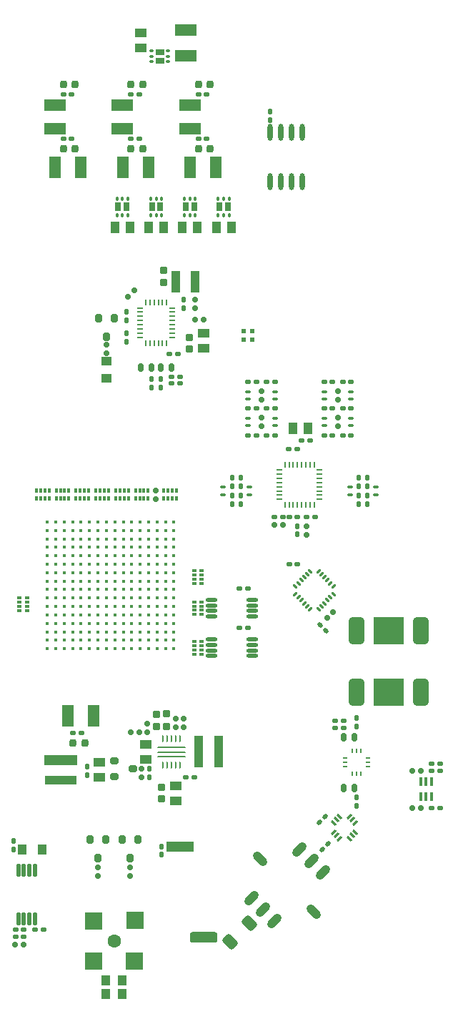
<source format=gtp>
G04*
G04 #@! TF.GenerationSoftware,Altium Limited,Altium Designer,21.7.2 (23)*
G04*
G04 Layer_Color=8421504*
%FSLAX43Y43*%
%MOMM*%
G71*
G04*
G04 #@! TF.SameCoordinates,8EE3E7A9-439F-4166-B7BB-5AAA8F906105*
G04*
G04*
G04 #@! TF.FilePolarity,Positive*
G04*
G01*
G75*
%ADD18R,1.000X0.800*%
%ADD19R,0.800X1.000*%
G04:AMPARAMS|DCode=20|XSize=0.5mm|YSize=0.6mm|CornerRadius=0.125mm|HoleSize=0mm|Usage=FLASHONLY|Rotation=0.000|XOffset=0mm|YOffset=0mm|HoleType=Round|Shape=RoundedRectangle|*
%AMROUNDEDRECTD20*
21,1,0.500,0.350,0,0,0.0*
21,1,0.250,0.600,0,0,0.0*
1,1,0.250,0.125,-0.175*
1,1,0.250,-0.125,-0.175*
1,1,0.250,-0.125,0.175*
1,1,0.250,0.125,0.175*
%
%ADD20ROUNDEDRECTD20*%
G04:AMPARAMS|DCode=21|XSize=0.36mm|YSize=0.66mm|CornerRadius=0.09mm|HoleSize=0mm|Usage=FLASHONLY|Rotation=90.000|XOffset=0mm|YOffset=0mm|HoleType=Round|Shape=RoundedRectangle|*
%AMROUNDEDRECTD21*
21,1,0.360,0.480,0,0,90.0*
21,1,0.180,0.660,0,0,90.0*
1,1,0.180,0.240,0.090*
1,1,0.180,0.240,-0.090*
1,1,0.180,-0.240,-0.090*
1,1,0.180,-0.240,0.090*
%
%ADD21ROUNDEDRECTD21*%
G04:AMPARAMS|DCode=22|XSize=0.5mm|YSize=0.6mm|CornerRadius=0.125mm|HoleSize=0mm|Usage=FLASHONLY|Rotation=90.000|XOffset=0mm|YOffset=0mm|HoleType=Round|Shape=RoundedRectangle|*
%AMROUNDEDRECTD22*
21,1,0.500,0.350,0,0,90.0*
21,1,0.250,0.600,0,0,90.0*
1,1,0.250,0.175,0.125*
1,1,0.250,0.175,-0.125*
1,1,0.250,-0.175,-0.125*
1,1,0.250,-0.175,0.125*
%
%ADD22ROUNDEDRECTD22*%
%ADD23C,1.600*%
%ADD24R,2.000X2.000*%
%ADD25R,1.050X1.300*%
G04:AMPARAMS|DCode=26|XSize=0.61mm|YSize=0.6mm|CornerRadius=0.15mm|HoleSize=0mm|Usage=FLASHONLY|Rotation=180.000|XOffset=0mm|YOffset=0mm|HoleType=Round|Shape=RoundedRectangle|*
%AMROUNDEDRECTD26*
21,1,0.610,0.300,0,0,180.0*
21,1,0.310,0.600,0,0,180.0*
1,1,0.300,-0.155,0.150*
1,1,0.300,0.155,0.150*
1,1,0.300,0.155,-0.150*
1,1,0.300,-0.155,-0.150*
%
%ADD26ROUNDEDRECTD26*%
G04:AMPARAMS|DCode=27|XSize=0.8mm|YSize=1mm|CornerRadius=0.2mm|HoleSize=0mm|Usage=FLASHONLY|Rotation=0.000|XOffset=0mm|YOffset=0mm|HoleType=Round|Shape=RoundedRectangle|*
%AMROUNDEDRECTD27*
21,1,0.800,0.600,0,0,0.0*
21,1,0.400,1.000,0,0,0.0*
1,1,0.400,0.200,-0.300*
1,1,0.400,-0.200,-0.300*
1,1,0.400,-0.200,0.300*
1,1,0.400,0.200,0.300*
%
%ADD27ROUNDEDRECTD27*%
%ADD28R,0.600X0.500*%
%ADD29O,1.400X0.500*%
%ADD30C,0.450*%
G04:AMPARAMS|DCode=31|XSize=0.375mm|YSize=0.55mm|CornerRadius=0.094mm|HoleSize=0mm|Usage=FLASHONLY|Rotation=270.000|XOffset=0mm|YOffset=0mm|HoleType=Round|Shape=RoundedRectangle|*
%AMROUNDEDRECTD31*
21,1,0.375,0.363,0,0,270.0*
21,1,0.188,0.550,0,0,270.0*
1,1,0.188,-0.181,-0.094*
1,1,0.188,-0.181,0.094*
1,1,0.188,0.181,0.094*
1,1,0.188,0.181,-0.094*
%
%ADD31ROUNDEDRECTD31*%
G04:AMPARAMS|DCode=32|XSize=0.375mm|YSize=0.55mm|CornerRadius=0.094mm|HoleSize=0mm|Usage=FLASHONLY|Rotation=0.000|XOffset=0mm|YOffset=0mm|HoleType=Round|Shape=RoundedRectangle|*
%AMROUNDEDRECTD32*
21,1,0.375,0.363,0,0,0.0*
21,1,0.188,0.550,0,0,0.0*
1,1,0.188,0.094,-0.181*
1,1,0.188,-0.094,-0.181*
1,1,0.188,-0.094,0.181*
1,1,0.188,0.094,0.181*
%
%ADD32ROUNDEDRECTD32*%
G04:AMPARAMS|DCode=33|XSize=0.64mm|YSize=1.02mm|CornerRadius=0.16mm|HoleSize=0mm|Usage=FLASHONLY|Rotation=180.000|XOffset=0mm|YOffset=0mm|HoleType=Round|Shape=RoundedRectangle|*
%AMROUNDEDRECTD33*
21,1,0.640,0.700,0,0,180.0*
21,1,0.320,1.020,0,0,180.0*
1,1,0.320,-0.160,0.350*
1,1,0.320,0.160,0.350*
1,1,0.320,0.160,-0.350*
1,1,0.320,-0.160,-0.350*
%
%ADD33ROUNDEDRECTD33*%
%ADD34R,3.658X3.226*%
G04:AMPARAMS|DCode=35|XSize=1.88mm|YSize=3.226mm|CornerRadius=0.47mm|HoleSize=0mm|Usage=FLASHONLY|Rotation=180.000|XOffset=0mm|YOffset=0mm|HoleType=Round|Shape=RoundedRectangle|*
%AMROUNDEDRECTD35*
21,1,1.880,2.286,0,0,180.0*
21,1,0.940,3.226,0,0,180.0*
1,1,0.940,-0.470,1.143*
1,1,0.940,0.470,1.143*
1,1,0.940,0.470,-1.143*
1,1,0.940,-0.470,-1.143*
%
%ADD35ROUNDEDRECTD35*%
%ADD36R,1.400X1.100*%
%ADD37R,0.980X3.700*%
G04:AMPARAMS|DCode=38|XSize=0.9mm|YSize=0.8mm|CornerRadius=0.2mm|HoleSize=0mm|Usage=FLASHONLY|Rotation=0.000|XOffset=0mm|YOffset=0mm|HoleType=Round|Shape=RoundedRectangle|*
%AMROUNDEDRECTD38*
21,1,0.900,0.400,0,0,0.0*
21,1,0.500,0.800,0,0,0.0*
1,1,0.400,0.250,-0.200*
1,1,0.400,-0.250,-0.200*
1,1,0.400,-0.250,0.200*
1,1,0.400,0.250,0.200*
%
%ADD38ROUNDEDRECTD38*%
%ADD39R,1.400X2.600*%
%ADD40R,3.700X0.980*%
%ADD41R,3.900X1.180*%
G04:AMPARAMS|DCode=42|XSize=0.61mm|YSize=0.6mm|CornerRadius=0.15mm|HoleSize=0mm|Usage=FLASHONLY|Rotation=270.000|XOffset=0mm|YOffset=0mm|HoleType=Round|Shape=RoundedRectangle|*
%AMROUNDEDRECTD42*
21,1,0.610,0.300,0,0,270.0*
21,1,0.310,0.600,0,0,270.0*
1,1,0.300,-0.150,-0.155*
1,1,0.300,-0.150,0.155*
1,1,0.300,0.150,0.155*
1,1,0.300,0.150,-0.155*
%
%ADD42ROUNDEDRECTD42*%
G04:AMPARAMS|DCode=43|XSize=0.25mm|YSize=0.8mm|CornerRadius=0.063mm|HoleSize=0mm|Usage=FLASHONLY|Rotation=0.000|XOffset=0mm|YOffset=0mm|HoleType=Round|Shape=RoundedRectangle|*
%AMROUNDEDRECTD43*
21,1,0.250,0.675,0,0,0.0*
21,1,0.125,0.800,0,0,0.0*
1,1,0.125,0.063,-0.338*
1,1,0.125,-0.063,-0.338*
1,1,0.125,-0.063,0.338*
1,1,0.125,0.063,0.338*
%
%ADD43ROUNDEDRECTD43*%
G04:AMPARAMS|DCode=44|XSize=0.25mm|YSize=3.4mm|CornerRadius=0.063mm|HoleSize=0mm|Usage=FLASHONLY|Rotation=90.000|XOffset=0mm|YOffset=0mm|HoleType=Round|Shape=RoundedRectangle|*
%AMROUNDEDRECTD44*
21,1,0.250,3.275,0,0,90.0*
21,1,0.125,3.400,0,0,90.0*
1,1,0.125,1.638,0.063*
1,1,0.125,1.638,-0.063*
1,1,0.125,-1.638,-0.063*
1,1,0.125,-1.638,0.063*
%
%ADD44ROUNDEDRECTD44*%
G04:AMPARAMS|DCode=45|XSize=0.9mm|YSize=0.8mm|CornerRadius=0.2mm|HoleSize=0mm|Usage=FLASHONLY|Rotation=270.000|XOffset=0mm|YOffset=0mm|HoleType=Round|Shape=RoundedRectangle|*
%AMROUNDEDRECTD45*
21,1,0.900,0.400,0,0,270.0*
21,1,0.500,0.800,0,0,270.0*
1,1,0.400,-0.200,-0.250*
1,1,0.400,-0.200,0.250*
1,1,0.400,0.200,0.250*
1,1,0.400,0.200,-0.250*
%
%ADD45ROUNDEDRECTD45*%
G04:AMPARAMS|DCode=46|XSize=0.8mm|YSize=1mm|CornerRadius=0.2mm|HoleSize=0mm|Usage=FLASHONLY|Rotation=90.000|XOffset=0mm|YOffset=0mm|HoleType=Round|Shape=RoundedRectangle|*
%AMROUNDEDRECTD46*
21,1,0.800,0.600,0,0,90.0*
21,1,0.400,1.000,0,0,90.0*
1,1,0.400,0.300,0.200*
1,1,0.400,0.300,-0.200*
1,1,0.400,-0.300,-0.200*
1,1,0.400,-0.300,0.200*
%
%ADD46ROUNDEDRECTD46*%
%ADD47O,0.250X0.750*%
%ADD48O,0.750X0.250*%
G04:AMPARAMS|DCode=49|XSize=0.45mm|YSize=0.3mm|CornerRadius=0.038mm|HoleSize=0mm|Usage=FLASHONLY|Rotation=0.000|XOffset=0mm|YOffset=0mm|HoleType=Round|Shape=RoundedRectangle|*
%AMROUNDEDRECTD49*
21,1,0.450,0.225,0,0,0.0*
21,1,0.375,0.300,0,0,0.0*
1,1,0.075,0.188,-0.113*
1,1,0.075,-0.188,-0.113*
1,1,0.075,-0.188,0.113*
1,1,0.075,0.188,0.113*
%
%ADD49ROUNDEDRECTD49*%
%ADD50R,2.600X1.400*%
%ADD51O,0.250X0.700*%
%ADD52O,0.700X0.250*%
G04:AMPARAMS|DCode=53|XSize=0.25mm|YSize=0.55mm|CornerRadius=0.063mm|HoleSize=0mm|Usage=FLASHONLY|Rotation=180.000|XOffset=0mm|YOffset=0mm|HoleType=Round|Shape=RoundedRectangle|*
%AMROUNDEDRECTD53*
21,1,0.250,0.425,0,0,180.0*
21,1,0.125,0.550,0,0,180.0*
1,1,0.125,-0.063,0.213*
1,1,0.125,0.063,0.213*
1,1,0.125,0.063,-0.213*
1,1,0.125,-0.063,-0.213*
%
%ADD53ROUNDEDRECTD53*%
G04:AMPARAMS|DCode=54|XSize=0.25mm|YSize=0.55mm|CornerRadius=0.063mm|HoleSize=0mm|Usage=FLASHONLY|Rotation=90.000|XOffset=0mm|YOffset=0mm|HoleType=Round|Shape=RoundedRectangle|*
%AMROUNDEDRECTD54*
21,1,0.250,0.425,0,0,90.0*
21,1,0.125,0.550,0,0,90.0*
1,1,0.125,0.213,0.063*
1,1,0.125,0.213,-0.063*
1,1,0.125,-0.213,-0.063*
1,1,0.125,-0.213,0.063*
%
%ADD54ROUNDEDRECTD54*%
G04:AMPARAMS|DCode=55|XSize=1.02mm|YSize=2mm|CornerRadius=0mm|HoleSize=0mm|Usage=FLASHONLY|Rotation=315.000|XOffset=0mm|YOffset=0mm|HoleType=Round|Shape=Round|*
%AMOVALD55*
21,1,0.980,1.020,0.000,0.000,45.0*
1,1,1.020,-0.346,-0.346*
1,1,1.020,0.346,0.346*
%
%ADD55OVALD55*%

G04:AMPARAMS|DCode=56|XSize=1.02mm|YSize=2mm|CornerRadius=0mm|HoleSize=0mm|Usage=FLASHONLY|Rotation=45.000|XOffset=0mm|YOffset=0mm|HoleType=Round|Shape=Round|*
%AMOVALD56*
21,1,0.980,1.020,0.000,0.000,135.0*
1,1,1.020,0.346,-0.346*
1,1,1.020,-0.346,0.346*
%
%ADD56OVALD56*%

G04:AMPARAMS|DCode=57|XSize=1mm|YSize=0.376mm|CornerRadius=0.094mm|HoleSize=0mm|Usage=FLASHONLY|Rotation=90.000|XOffset=0mm|YOffset=0mm|HoleType=Round|Shape=RoundedRectangle|*
%AMROUNDEDRECTD57*
21,1,1.000,0.188,0,0,90.0*
21,1,0.812,0.376,0,0,90.0*
1,1,0.188,0.094,0.406*
1,1,0.188,0.094,-0.406*
1,1,0.188,-0.094,-0.406*
1,1,0.188,-0.094,0.406*
%
%ADD57ROUNDEDRECTD57*%
%ADD58R,1.300X1.050*%
%ADD59O,0.600X2.000*%
G04:AMPARAMS|DCode=60|XSize=0.45mm|YSize=0.3mm|CornerRadius=0.038mm|HoleSize=0mm|Usage=FLASHONLY|Rotation=90.000|XOffset=0mm|YOffset=0mm|HoleType=Round|Shape=RoundedRectangle|*
%AMROUNDEDRECTD60*
21,1,0.450,0.225,0,0,90.0*
21,1,0.375,0.300,0,0,90.0*
1,1,0.075,0.113,0.188*
1,1,0.075,0.113,-0.188*
1,1,0.075,-0.113,-0.188*
1,1,0.075,-0.113,0.188*
%
%ADD60ROUNDEDRECTD60*%
G04:AMPARAMS|DCode=61|XSize=0.61mm|YSize=0.6mm|CornerRadius=0.15mm|HoleSize=0mm|Usage=FLASHONLY|Rotation=315.000|XOffset=0mm|YOffset=0mm|HoleType=Round|Shape=RoundedRectangle|*
%AMROUNDEDRECTD61*
21,1,0.610,0.300,0,0,315.0*
21,1,0.310,0.600,0,0,315.0*
1,1,0.300,0.003,-0.216*
1,1,0.300,-0.216,0.003*
1,1,0.300,-0.003,0.216*
1,1,0.300,0.216,-0.003*
%
%ADD61ROUNDEDRECTD61*%
%ADD62R,1.020X2.540*%
%ADD63R,1.100X1.400*%
G04:AMPARAMS|DCode=64|XSize=0.3mm|YSize=0.7mm|CornerRadius=0mm|HoleSize=0mm|Usage=FLASHONLY|Rotation=225.000|XOffset=0mm|YOffset=0mm|HoleType=Round|Shape=Round|*
%AMOVALD64*
21,1,0.400,0.300,0.000,0.000,315.0*
1,1,0.300,-0.141,0.141*
1,1,0.300,0.141,-0.141*
%
%ADD64OVALD64*%

G04:AMPARAMS|DCode=65|XSize=0.3mm|YSize=0.7mm|CornerRadius=0mm|HoleSize=0mm|Usage=FLASHONLY|Rotation=135.000|XOffset=0mm|YOffset=0mm|HoleType=Round|Shape=Round|*
%AMOVALD65*
21,1,0.400,0.300,0.000,0.000,225.0*
1,1,0.300,0.141,0.141*
1,1,0.300,-0.141,-0.141*
%
%ADD65OVALD65*%

G04:AMPARAMS|DCode=66|XSize=0.5mm|YSize=0.6mm|CornerRadius=0.125mm|HoleSize=0mm|Usage=FLASHONLY|Rotation=135.000|XOffset=0mm|YOffset=0mm|HoleType=Round|Shape=RoundedRectangle|*
%AMROUNDEDRECTD66*
21,1,0.500,0.350,0,0,135.0*
21,1,0.250,0.600,0,0,135.0*
1,1,0.250,0.035,0.212*
1,1,0.250,0.212,0.035*
1,1,0.250,-0.035,-0.212*
1,1,0.250,-0.212,-0.035*
%
%ADD66ROUNDEDRECTD66*%
G04:AMPARAMS|DCode=67|XSize=0.5mm|YSize=0.6mm|CornerRadius=0.125mm|HoleSize=0mm|Usage=FLASHONLY|Rotation=225.000|XOffset=0mm|YOffset=0mm|HoleType=Round|Shape=RoundedRectangle|*
%AMROUNDEDRECTD67*
21,1,0.500,0.350,0,0,225.0*
21,1,0.250,0.600,0,0,225.0*
1,1,0.250,-0.212,0.035*
1,1,0.250,-0.035,0.212*
1,1,0.250,0.212,-0.035*
1,1,0.250,0.035,-0.212*
%
%ADD67ROUNDEDRECTD67*%
G04:AMPARAMS|DCode=68|XSize=0.75mm|YSize=0.28mm|CornerRadius=0.07mm|HoleSize=0mm|Usage=FLASHONLY|Rotation=135.000|XOffset=0mm|YOffset=0mm|HoleType=Round|Shape=RoundedRectangle|*
%AMROUNDEDRECTD68*
21,1,0.750,0.140,0,0,135.0*
21,1,0.610,0.280,0,0,135.0*
1,1,0.140,-0.166,0.265*
1,1,0.140,0.265,-0.166*
1,1,0.140,0.166,-0.265*
1,1,0.140,-0.265,0.166*
%
%ADD68ROUNDEDRECTD68*%
G04:AMPARAMS|DCode=69|XSize=0.75mm|YSize=0.28mm|CornerRadius=0.07mm|HoleSize=0mm|Usage=FLASHONLY|Rotation=45.000|XOffset=0mm|YOffset=0mm|HoleType=Round|Shape=RoundedRectangle|*
%AMROUNDEDRECTD69*
21,1,0.750,0.140,0,0,45.0*
21,1,0.610,0.280,0,0,45.0*
1,1,0.140,0.265,0.166*
1,1,0.140,-0.166,-0.265*
1,1,0.140,-0.265,-0.166*
1,1,0.140,0.166,0.265*
%
%ADD69ROUNDEDRECTD69*%
G04:AMPARAMS|DCode=70|XSize=1.25mm|YSize=1.7mm|CornerRadius=0.313mm|HoleSize=0mm|Usage=FLASHONLY|Rotation=45.000|XOffset=0mm|YOffset=0mm|HoleType=Round|Shape=RoundedRectangle|*
%AMROUNDEDRECTD70*
21,1,1.250,1.075,0,0,45.0*
21,1,0.625,1.700,0,0,45.0*
1,1,0.625,0.601,-0.159*
1,1,0.625,0.159,-0.601*
1,1,0.625,-0.601,0.159*
1,1,0.625,-0.159,0.601*
%
%ADD70ROUNDEDRECTD70*%
G04:AMPARAMS|DCode=71|XSize=0.45mm|YSize=1.5mm|CornerRadius=0.113mm|HoleSize=0mm|Usage=FLASHONLY|Rotation=0.000|XOffset=0mm|YOffset=0mm|HoleType=Round|Shape=RoundedRectangle|*
%AMROUNDEDRECTD71*
21,1,0.450,1.275,0,0,0.0*
21,1,0.225,1.500,0,0,0.0*
1,1,0.225,0.113,-0.638*
1,1,0.225,-0.113,-0.638*
1,1,0.225,-0.113,0.638*
1,1,0.225,0.113,0.638*
%
%ADD71ROUNDEDRECTD71*%
%ADD72R,3.300X1.270*%
G04:AMPARAMS|DCode=73|XSize=3.3mm|YSize=1.27mm|CornerRadius=0.318mm|HoleSize=0mm|Usage=FLASHONLY|Rotation=0.000|XOffset=0mm|YOffset=0mm|HoleType=Round|Shape=RoundedRectangle|*
%AMROUNDEDRECTD73*
21,1,3.300,0.635,0,0,0.0*
21,1,2.665,1.270,0,0,0.0*
1,1,0.635,1.333,-0.318*
1,1,0.635,-1.333,-0.318*
1,1,0.635,-1.333,0.318*
1,1,0.635,1.333,0.318*
%
%ADD73ROUNDEDRECTD73*%
D18*
X72350Y169650D02*
D03*
X72350Y168650D02*
D03*
D19*
X79400Y151300D02*
D03*
X80400Y151300D02*
D03*
X76400Y151300D02*
D03*
X75400Y151300D02*
D03*
X72400Y151300D02*
D03*
X71400Y151300D02*
D03*
X67400Y151300D02*
D03*
X68400Y151299D02*
D03*
D20*
X80900Y118225D02*
D03*
Y119225D02*
D03*
X81900Y119225D02*
D03*
Y118225D02*
D03*
X95900Y119225D02*
D03*
Y118225D02*
D03*
X96900Y118225D02*
D03*
Y119225D02*
D03*
X55000Y76200D02*
D03*
Y75200D02*
D03*
X71075Y83775D02*
D03*
Y84775D02*
D03*
X63700Y85050D02*
D03*
Y84050D02*
D03*
X68350Y135350D02*
D03*
Y136350D02*
D03*
X68350Y138850D02*
D03*
Y137850D02*
D03*
X85385Y162595D02*
D03*
Y161595D02*
D03*
X75131Y140350D02*
D03*
Y139350D02*
D03*
X72450Y130950D02*
D03*
Y129950D02*
D03*
X71350Y130950D02*
D03*
Y129950D02*
D03*
X81900Y116125D02*
D03*
Y117125D02*
D03*
X80900Y117125D02*
D03*
Y116125D02*
D03*
X88650Y112518D02*
D03*
Y113518D02*
D03*
X95900Y116125D02*
D03*
Y117125D02*
D03*
X96900Y117125D02*
D03*
Y116125D02*
D03*
X95630Y90808D02*
D03*
Y89808D02*
D03*
X72500Y74600D02*
D03*
Y75600D02*
D03*
X95625Y81375D02*
D03*
Y80375D02*
D03*
D21*
X79850Y117240D02*
D03*
Y118110D02*
D03*
X82950Y117240D02*
D03*
Y118110D02*
D03*
X94850Y117240D02*
D03*
Y118110D02*
D03*
X97950Y117240D02*
D03*
Y118110D02*
D03*
X86000Y125440D02*
D03*
Y126310D02*
D03*
X82800Y125440D02*
D03*
Y126310D02*
D03*
X86000Y128540D02*
D03*
Y129410D02*
D03*
X82800Y128540D02*
D03*
Y129410D02*
D03*
X91800Y129410D02*
D03*
Y128540D02*
D03*
Y126310D02*
D03*
Y125440D02*
D03*
X95000Y126310D02*
D03*
Y125440D02*
D03*
Y129410D02*
D03*
Y128540D02*
D03*
D22*
X82800Y124275D02*
D03*
X83800D02*
D03*
X81750Y106150D02*
D03*
X82750D02*
D03*
X93096Y89627D02*
D03*
X94096D02*
D03*
X63050Y89050D02*
D03*
X62050D02*
D03*
X76400Y83775D02*
D03*
X75400D02*
D03*
X81750Y101450D02*
D03*
X82750D02*
D03*
X77900Y164650D02*
D03*
X76900D02*
D03*
Y159350D02*
D03*
X77900D02*
D03*
X104525Y85413D02*
D03*
X105525D02*
D03*
X104525Y84550D02*
D03*
X105525D02*
D03*
X104525Y80150D02*
D03*
X105525D02*
D03*
X85000Y124275D02*
D03*
X86000D02*
D03*
X85000Y127425D02*
D03*
X86000D02*
D03*
X82800Y127425D02*
D03*
X83800D02*
D03*
X85000Y130575D02*
D03*
X86000D02*
D03*
X82800D02*
D03*
X83800D02*
D03*
X94000Y130575D02*
D03*
X95000D02*
D03*
X91800D02*
D03*
X92800D02*
D03*
X91800Y127425D02*
D03*
X92800D02*
D03*
X91800Y124275D02*
D03*
X92800D02*
D03*
X94000D02*
D03*
X95000D02*
D03*
X94000Y127425D02*
D03*
X95000D02*
D03*
X69900Y164650D02*
D03*
X68900D02*
D03*
X61900D02*
D03*
X60900D02*
D03*
X61900Y159350D02*
D03*
X60900D02*
D03*
X69900D02*
D03*
X68900D02*
D03*
X74750Y131200D02*
D03*
X73750D02*
D03*
X74750Y130400D02*
D03*
X73750D02*
D03*
X74443Y133869D02*
D03*
X73443D02*
D03*
X89150Y123613D02*
D03*
X90150D02*
D03*
X85900Y114600D02*
D03*
X86900D02*
D03*
X88600Y122650D02*
D03*
X87600D02*
D03*
X90725Y114625D02*
D03*
X89725D02*
D03*
X87650Y114607D02*
D03*
X88650D02*
D03*
X87650Y108975D02*
D03*
X88650D02*
D03*
X94100Y90500D02*
D03*
X93100D02*
D03*
X57525Y65700D02*
D03*
X58525D02*
D03*
X56225Y65700D02*
D03*
X55225D02*
D03*
X56225Y64900D02*
D03*
X55225D02*
D03*
D23*
X66900Y64400D02*
D03*
D24*
X64525Y62025D02*
D03*
X69375Y66875D02*
D03*
X69275Y62025D02*
D03*
X64525Y66775D02*
D03*
D25*
X65890Y58100D02*
D03*
X67910D02*
D03*
X65890Y59700D02*
D03*
X67910D02*
D03*
X56050Y75200D02*
D03*
X58350D02*
D03*
D26*
X65000Y73108D02*
D03*
Y72092D02*
D03*
X71875Y116742D02*
D03*
Y117758D02*
D03*
X75125Y90683D02*
D03*
Y89667D02*
D03*
X74225D02*
D03*
Y90683D02*
D03*
X70800Y90133D02*
D03*
Y89117D02*
D03*
X70175Y83767D02*
D03*
Y84783D02*
D03*
X68800Y72092D02*
D03*
Y73108D02*
D03*
X84400Y126383D02*
D03*
Y125367D02*
D03*
Y128467D02*
D03*
Y129483D02*
D03*
X93400Y128467D02*
D03*
Y129483D02*
D03*
Y126383D02*
D03*
Y125367D02*
D03*
X66000Y133992D02*
D03*
Y135008D02*
D03*
X76500Y139342D02*
D03*
Y140358D02*
D03*
X89725Y112492D02*
D03*
Y113508D02*
D03*
D27*
X69750Y76400D02*
D03*
X67850D02*
D03*
X68800Y74200D02*
D03*
X66000Y135900D02*
D03*
X65050Y138100D02*
D03*
X66950D02*
D03*
X65950Y76400D02*
D03*
X64050D02*
D03*
X65000Y74200D02*
D03*
D28*
X83300Y136600D02*
D03*
X82300D02*
D03*
X83300Y135600D02*
D03*
X82300D02*
D03*
D29*
X78450Y104775D02*
D03*
Y104125D02*
D03*
Y103475D02*
D03*
Y102825D02*
D03*
X83250Y103475D02*
D03*
Y104125D02*
D03*
Y104775D02*
D03*
Y102825D02*
D03*
X78450Y100075D02*
D03*
Y99425D02*
D03*
Y98775D02*
D03*
Y98125D02*
D03*
X83250Y100075D02*
D03*
Y99425D02*
D03*
Y98775D02*
D03*
Y98125D02*
D03*
D30*
X73000Y103000D02*
D03*
X74000D02*
D03*
Y104000D02*
D03*
X73000D02*
D03*
X60000Y110000D02*
D03*
X59000D02*
D03*
Y99000D02*
D03*
Y100000D02*
D03*
Y101000D02*
D03*
Y102000D02*
D03*
Y103000D02*
D03*
Y104000D02*
D03*
Y105000D02*
D03*
Y106000D02*
D03*
Y107000D02*
D03*
Y108000D02*
D03*
Y109000D02*
D03*
Y111000D02*
D03*
Y112000D02*
D03*
Y113000D02*
D03*
Y114000D02*
D03*
X60000Y99000D02*
D03*
Y100000D02*
D03*
Y101000D02*
D03*
Y102000D02*
D03*
Y103000D02*
D03*
Y104000D02*
D03*
Y105000D02*
D03*
Y106000D02*
D03*
Y107000D02*
D03*
Y108000D02*
D03*
Y109000D02*
D03*
Y111000D02*
D03*
Y112000D02*
D03*
Y113000D02*
D03*
Y114000D02*
D03*
X61000Y99000D02*
D03*
Y100000D02*
D03*
Y101000D02*
D03*
Y102000D02*
D03*
Y103000D02*
D03*
Y104000D02*
D03*
Y105000D02*
D03*
Y106000D02*
D03*
Y107000D02*
D03*
Y108000D02*
D03*
Y109000D02*
D03*
Y110000D02*
D03*
Y111000D02*
D03*
Y112000D02*
D03*
Y113000D02*
D03*
Y114000D02*
D03*
X62000Y99000D02*
D03*
Y100000D02*
D03*
Y101000D02*
D03*
Y102000D02*
D03*
Y103000D02*
D03*
Y104000D02*
D03*
Y105000D02*
D03*
Y106000D02*
D03*
Y107000D02*
D03*
Y108000D02*
D03*
Y109000D02*
D03*
Y110000D02*
D03*
Y111000D02*
D03*
Y112000D02*
D03*
Y113000D02*
D03*
Y114000D02*
D03*
X63000Y99000D02*
D03*
Y100000D02*
D03*
Y101000D02*
D03*
Y102000D02*
D03*
Y103000D02*
D03*
Y104000D02*
D03*
Y105000D02*
D03*
Y106000D02*
D03*
Y107000D02*
D03*
Y108000D02*
D03*
Y109000D02*
D03*
Y110000D02*
D03*
Y111000D02*
D03*
Y112000D02*
D03*
Y113000D02*
D03*
Y114000D02*
D03*
X64000Y99000D02*
D03*
Y100000D02*
D03*
Y101000D02*
D03*
Y102000D02*
D03*
Y103000D02*
D03*
Y104000D02*
D03*
Y105000D02*
D03*
Y106000D02*
D03*
Y107000D02*
D03*
Y108000D02*
D03*
Y109000D02*
D03*
Y110000D02*
D03*
Y111000D02*
D03*
Y112000D02*
D03*
Y113000D02*
D03*
Y114000D02*
D03*
X65000Y99000D02*
D03*
Y100000D02*
D03*
Y101000D02*
D03*
Y102000D02*
D03*
Y103000D02*
D03*
Y104000D02*
D03*
Y105000D02*
D03*
Y106000D02*
D03*
Y107000D02*
D03*
Y108000D02*
D03*
Y109000D02*
D03*
Y110000D02*
D03*
Y111000D02*
D03*
Y112000D02*
D03*
Y113000D02*
D03*
Y114000D02*
D03*
X66000Y99000D02*
D03*
Y100000D02*
D03*
Y101000D02*
D03*
Y102000D02*
D03*
Y103000D02*
D03*
Y104000D02*
D03*
Y105000D02*
D03*
Y106000D02*
D03*
Y107000D02*
D03*
Y108000D02*
D03*
Y109000D02*
D03*
Y110000D02*
D03*
Y111000D02*
D03*
Y112000D02*
D03*
Y113000D02*
D03*
Y114000D02*
D03*
X67000Y99000D02*
D03*
Y100000D02*
D03*
Y101000D02*
D03*
Y102000D02*
D03*
Y103000D02*
D03*
Y104000D02*
D03*
Y105000D02*
D03*
Y106000D02*
D03*
Y107000D02*
D03*
Y108000D02*
D03*
Y109000D02*
D03*
Y110000D02*
D03*
Y111000D02*
D03*
Y112000D02*
D03*
Y113000D02*
D03*
Y114000D02*
D03*
X68000Y99000D02*
D03*
Y100000D02*
D03*
Y101000D02*
D03*
Y102000D02*
D03*
Y103000D02*
D03*
Y104000D02*
D03*
Y105000D02*
D03*
Y106000D02*
D03*
Y107000D02*
D03*
Y108000D02*
D03*
Y109000D02*
D03*
Y110000D02*
D03*
Y111000D02*
D03*
Y112000D02*
D03*
Y113000D02*
D03*
Y114000D02*
D03*
X69000Y99000D02*
D03*
Y100000D02*
D03*
Y101000D02*
D03*
Y102000D02*
D03*
Y103000D02*
D03*
Y104000D02*
D03*
Y105000D02*
D03*
Y106000D02*
D03*
Y107000D02*
D03*
Y108000D02*
D03*
Y109000D02*
D03*
Y110000D02*
D03*
Y111000D02*
D03*
Y112000D02*
D03*
Y113000D02*
D03*
Y114000D02*
D03*
X70000Y99000D02*
D03*
Y100000D02*
D03*
Y101000D02*
D03*
Y102000D02*
D03*
Y103000D02*
D03*
Y104000D02*
D03*
Y105000D02*
D03*
Y106000D02*
D03*
Y107000D02*
D03*
Y108000D02*
D03*
Y109000D02*
D03*
Y110000D02*
D03*
Y111000D02*
D03*
Y112000D02*
D03*
Y113000D02*
D03*
Y114000D02*
D03*
X71000Y99000D02*
D03*
Y100000D02*
D03*
Y101000D02*
D03*
Y102000D02*
D03*
Y103000D02*
D03*
Y104000D02*
D03*
Y105000D02*
D03*
Y106000D02*
D03*
Y107000D02*
D03*
Y108000D02*
D03*
Y109000D02*
D03*
Y110000D02*
D03*
Y111000D02*
D03*
Y112000D02*
D03*
Y113000D02*
D03*
Y114000D02*
D03*
X72000Y99000D02*
D03*
Y100000D02*
D03*
Y101000D02*
D03*
Y102000D02*
D03*
Y103000D02*
D03*
Y104000D02*
D03*
Y105000D02*
D03*
Y106000D02*
D03*
Y107000D02*
D03*
Y108000D02*
D03*
Y109000D02*
D03*
Y110000D02*
D03*
Y111000D02*
D03*
Y112000D02*
D03*
Y113000D02*
D03*
X73000Y99000D02*
D03*
Y102000D02*
D03*
Y105000D02*
D03*
Y106000D02*
D03*
Y109000D02*
D03*
Y110000D02*
D03*
Y111000D02*
D03*
X74000Y99000D02*
D03*
Y101000D02*
D03*
Y102000D02*
D03*
Y105000D02*
D03*
Y106000D02*
D03*
Y108000D02*
D03*
Y109000D02*
D03*
Y110000D02*
D03*
Y111000D02*
D03*
Y114000D02*
D03*
X73000Y112000D02*
D03*
X74000D02*
D03*
Y113000D02*
D03*
Y100000D02*
D03*
Y107000D02*
D03*
X73000Y108000D02*
D03*
X72000Y114000D02*
D03*
X73000Y100000D02*
D03*
Y101000D02*
D03*
Y107000D02*
D03*
Y114000D02*
D03*
Y113000D02*
D03*
D31*
X76400Y103050D02*
D03*
X76400Y103550D02*
D03*
X76400Y104550D02*
D03*
X76400Y104050D02*
D03*
X77300Y103550D02*
D03*
X77300Y103050D02*
D03*
Y104550D02*
D03*
X77300Y104050D02*
D03*
X76400Y106750D02*
D03*
X76400Y99850D02*
D03*
Y98850D02*
D03*
X76400Y107750D02*
D03*
Y107250D02*
D03*
X76400Y99350D02*
D03*
X56600Y104000D02*
D03*
X55700D02*
D03*
X56600Y103500D02*
D03*
X55700D02*
D03*
X56600Y104500D02*
D03*
X55700D02*
D03*
X56600Y105000D02*
D03*
X55700D02*
D03*
X77300Y98850D02*
D03*
Y98350D02*
D03*
X76400D02*
D03*
X77300Y99350D02*
D03*
Y99850D02*
D03*
X77300Y107750D02*
D03*
X76400Y108250D02*
D03*
X77300D02*
D03*
Y107250D02*
D03*
Y106750D02*
D03*
D32*
X73800Y116800D02*
D03*
X74300D02*
D03*
X73300D02*
D03*
X59200Y117700D02*
D03*
Y116800D02*
D03*
X58700Y117700D02*
D03*
Y116800D02*
D03*
X57700Y117700D02*
D03*
Y116800D02*
D03*
X58200Y117700D02*
D03*
Y116800D02*
D03*
X61550Y117700D02*
D03*
Y116800D02*
D03*
X61050Y117700D02*
D03*
Y116800D02*
D03*
X60050Y117700D02*
D03*
Y116800D02*
D03*
X60550Y117700D02*
D03*
Y116800D02*
D03*
X62900D02*
D03*
Y117700D02*
D03*
X62400Y116800D02*
D03*
Y117700D02*
D03*
X63400Y116800D02*
D03*
Y117700D02*
D03*
X63900Y116800D02*
D03*
Y117700D02*
D03*
X65250Y116800D02*
D03*
Y117700D02*
D03*
X64750Y116800D02*
D03*
Y117700D02*
D03*
X65750Y116800D02*
D03*
Y117700D02*
D03*
X66250Y116800D02*
D03*
Y117700D02*
D03*
X67600Y116800D02*
D03*
Y117700D02*
D03*
X67100Y116800D02*
D03*
Y117700D02*
D03*
X68100Y116800D02*
D03*
Y117700D02*
D03*
X68600Y116800D02*
D03*
Y117700D02*
D03*
X69950Y116800D02*
D03*
Y117700D02*
D03*
X69450Y116800D02*
D03*
Y117700D02*
D03*
X70450Y116800D02*
D03*
Y117700D02*
D03*
X70950Y116800D02*
D03*
Y117700D02*
D03*
X73300D02*
D03*
X72800Y116800D02*
D03*
Y117700D02*
D03*
X73800D02*
D03*
X74300D02*
D03*
D33*
X94100Y88500D02*
D03*
X95400D02*
D03*
X71350Y132250D02*
D03*
X70050D02*
D03*
X72450Y132250D02*
D03*
X73750D02*
D03*
X95400Y82500D02*
D03*
X94100D02*
D03*
D34*
X99425Y93855D02*
D03*
Y101145D02*
D03*
D35*
X95615Y93855D02*
D03*
X103235D02*
D03*
Y101145D02*
D03*
X95615D02*
D03*
D36*
X65200Y85589D02*
D03*
Y83811D02*
D03*
X74200Y81011D02*
D03*
Y82789D02*
D03*
X70700Y85861D02*
D03*
Y87639D02*
D03*
X70100Y171878D02*
D03*
Y170100D02*
D03*
X77500Y134561D02*
D03*
Y136339D02*
D03*
D37*
X76965Y86800D02*
D03*
X79335D02*
D03*
D38*
X73150Y91287D02*
D03*
Y89763D02*
D03*
X71900Y91225D02*
D03*
Y89825D02*
D03*
X72500Y81225D02*
D03*
Y82625D02*
D03*
X72788Y143800D02*
D03*
Y142400D02*
D03*
X75850Y134450D02*
D03*
Y135850D02*
D03*
D39*
X64474Y91050D02*
D03*
X61426D02*
D03*
X78974Y156000D02*
D03*
X75926D02*
D03*
X62974D02*
D03*
X59926D02*
D03*
X67926Y156000D02*
D03*
X70974D02*
D03*
D40*
X60550Y83415D02*
D03*
D41*
Y85785D02*
D03*
D42*
X69933Y89125D02*
D03*
X68917D02*
D03*
X86908Y113700D02*
D03*
X85892D02*
D03*
X103233Y84550D02*
D03*
X102217D02*
D03*
X102217Y80150D02*
D03*
X103233D02*
D03*
X77516Y138000D02*
D03*
X76500D02*
D03*
X55192Y64000D02*
D03*
X56208D02*
D03*
D43*
X74725Y85175D02*
D03*
X74225D02*
D03*
X73725D02*
D03*
X73225D02*
D03*
X72725D02*
D03*
Y88375D02*
D03*
X73225D02*
D03*
X73725D02*
D03*
X74225D02*
D03*
X74725D02*
D03*
D44*
X73725Y86225D02*
D03*
Y86775D02*
D03*
Y87325D02*
D03*
D45*
X62050Y87850D02*
D03*
X63450D02*
D03*
X78300Y165800D02*
D03*
X76900D02*
D03*
X78300Y158200D02*
D03*
X76900D02*
D03*
X68900Y165800D02*
D03*
X70300D02*
D03*
X60900D02*
D03*
X62300D02*
D03*
X60900Y158200D02*
D03*
X62300D02*
D03*
X68900D02*
D03*
X70300D02*
D03*
D46*
X69125Y84775D02*
D03*
X66925Y83825D02*
D03*
Y85725D02*
D03*
D47*
X87150Y116050D02*
D03*
X87650D02*
D03*
X88150D02*
D03*
X88650D02*
D03*
X89150D02*
D03*
X89650D02*
D03*
X90150D02*
D03*
X90650D02*
D03*
Y120800D02*
D03*
X90150D02*
D03*
X89650D02*
D03*
X89150D02*
D03*
X88650D02*
D03*
X88150D02*
D03*
X87650D02*
D03*
X87150D02*
D03*
D48*
X91275Y116675D02*
D03*
Y117175D02*
D03*
Y117675D02*
D03*
Y118175D02*
D03*
Y118675D02*
D03*
Y119175D02*
D03*
Y119675D02*
D03*
Y120175D02*
D03*
X86525D02*
D03*
Y119675D02*
D03*
Y119175D02*
D03*
Y118675D02*
D03*
Y118175D02*
D03*
Y117675D02*
D03*
Y117175D02*
D03*
Y116675D02*
D03*
D49*
X71375Y168500D02*
D03*
Y169150D02*
D03*
Y169800D02*
D03*
X73325Y168500D02*
D03*
Y169150D02*
D03*
Y169800D02*
D03*
D50*
X75450Y169176D02*
D03*
Y172224D02*
D03*
X75900Y160603D02*
D03*
Y163397D02*
D03*
X67900D02*
D03*
Y160603D02*
D03*
X59900Y163397D02*
D03*
Y160603D02*
D03*
D51*
X70650Y140000D02*
D03*
X71150D02*
D03*
X71650D02*
D03*
X72150D02*
D03*
X72650D02*
D03*
X73150D02*
D03*
Y135200D02*
D03*
X72650D02*
D03*
X72150D02*
D03*
X71650D02*
D03*
X71150D02*
D03*
X70650D02*
D03*
D52*
X73800Y139350D02*
D03*
Y138850D02*
D03*
Y138350D02*
D03*
Y137850D02*
D03*
Y137350D02*
D03*
Y136850D02*
D03*
Y136350D02*
D03*
Y135850D02*
D03*
X70000D02*
D03*
Y136350D02*
D03*
Y136850D02*
D03*
Y137350D02*
D03*
Y137850D02*
D03*
Y138350D02*
D03*
Y138850D02*
D03*
Y139350D02*
D03*
D53*
X95120Y84220D02*
D03*
X95630Y84220D02*
D03*
X96140D02*
D03*
Y86930D02*
D03*
X95630Y86930D02*
D03*
X95120D02*
D03*
D54*
X96985Y85065D02*
D03*
Y85575D02*
D03*
X96985Y86085D02*
D03*
X94275D02*
D03*
Y85575D02*
D03*
X94275Y85065D02*
D03*
D55*
X83161Y69490D02*
D03*
X84526Y68126D02*
D03*
X85890Y66761D02*
D03*
X91639Y72510D02*
D03*
X90274Y73874D02*
D03*
X88910Y75239D02*
D03*
D56*
X90547Y67853D02*
D03*
X84253Y74147D02*
D03*
D57*
X103225Y81450D02*
D03*
X103875D02*
D03*
X104525D02*
D03*
Y83250D02*
D03*
X103875D02*
D03*
X103225D02*
D03*
D58*
X66000Y133010D02*
D03*
Y130990D02*
D03*
D59*
X89205Y160121D02*
D03*
X87935D02*
D03*
X86665D02*
D03*
X85395D02*
D03*
X89205Y154279D02*
D03*
X87935D02*
D03*
X86665D02*
D03*
X85395D02*
D03*
D60*
X80550Y150325D02*
D03*
X79900D02*
D03*
X79250D02*
D03*
X80550Y152275D02*
D03*
X79900D02*
D03*
X79250D02*
D03*
X75250Y152275D02*
D03*
X75900D02*
D03*
X76550D02*
D03*
X75250Y150325D02*
D03*
X75900D02*
D03*
X76550D02*
D03*
X71250Y152275D02*
D03*
X71900D02*
D03*
X72550D02*
D03*
X71250Y150325D02*
D03*
X71900D02*
D03*
X72550D02*
D03*
X67250Y152275D02*
D03*
X67900D02*
D03*
X68550D02*
D03*
X67250Y150325D02*
D03*
X67900D02*
D03*
X68550D02*
D03*
D61*
X68591Y140691D02*
D03*
X69309Y141409D02*
D03*
X92145Y102641D02*
D03*
X92863Y103359D02*
D03*
D62*
X76495Y142409D02*
D03*
X74205D02*
D03*
D63*
X79011Y148900D02*
D03*
X80789D02*
D03*
X75011Y148900D02*
D03*
X76789D02*
D03*
X71011D02*
D03*
X72789D02*
D03*
X67011D02*
D03*
X68789D02*
D03*
X89925Y125115D02*
D03*
X88147D02*
D03*
D64*
X91125Y103672D02*
D03*
X91478Y104025D02*
D03*
X91832Y104379D02*
D03*
X92186Y104732D02*
D03*
X92539Y105086D02*
D03*
X92893Y105439D02*
D03*
X90170Y108162D02*
D03*
X89817Y107808D02*
D03*
X89463Y107455D02*
D03*
X89110Y107101D02*
D03*
X88756Y106748D02*
D03*
X88403Y106394D02*
D03*
D65*
X92893D02*
D03*
X92539Y106748D02*
D03*
X92186Y107101D02*
D03*
X91832Y107455D02*
D03*
X91478Y107808D02*
D03*
X91125Y108162D02*
D03*
X88403Y105439D02*
D03*
X88756Y105086D02*
D03*
X89110Y104732D02*
D03*
X89463Y104379D02*
D03*
X89817Y104025D02*
D03*
X90170Y103672D02*
D03*
D66*
X92282Y75907D02*
D03*
X91575Y75200D02*
D03*
X91929Y79119D02*
D03*
X91221Y78412D02*
D03*
D67*
X91337Y101833D02*
D03*
X92044Y101126D02*
D03*
D68*
X92901Y78394D02*
D03*
X93254Y78748D02*
D03*
X93608Y79101D02*
D03*
X95482Y77227D02*
D03*
X95128Y76874D02*
D03*
X94775Y76520D02*
D03*
D69*
Y79101D02*
D03*
X95128Y78748D02*
D03*
X95482Y78394D02*
D03*
X92901Y77227D02*
D03*
X93254Y76874D02*
D03*
X93608Y76520D02*
D03*
D70*
X82931Y66531D02*
D03*
X80669Y64269D02*
D03*
D71*
X57525Y72800D02*
D03*
X56875D02*
D03*
X56225D02*
D03*
X55575D02*
D03*
X57525Y67000D02*
D03*
X56875D02*
D03*
X56225D02*
D03*
X55575D02*
D03*
D72*
X74700Y75600D02*
D03*
D73*
X77490Y64800D02*
D03*
M02*

</source>
